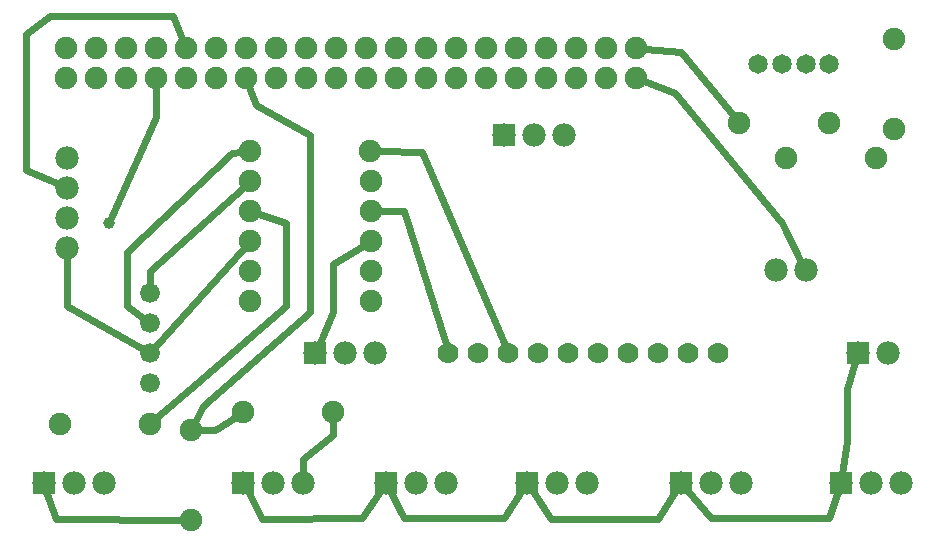
<source format=gtl>
G04 MADE WITH FRITZING*
G04 WWW.FRITZING.ORG*
G04 DOUBLE SIDED*
G04 HOLES PLATED*
G04 CONTOUR ON CENTER OF CONTOUR VECTOR*
%ASAXBY*%
%FSLAX23Y23*%
%MOIN*%
%OFA0B0*%
%SFA1.0B1.0*%
%ADD10C,0.065000*%
%ADD11C,0.039370*%
%ADD12C,0.078000*%
%ADD13C,0.074803*%
%ADD14C,0.070000*%
%ADD15C,0.075361*%
%ADD16C,0.075000*%
%ADD17C,0.066111*%
%ADD18R,0.078000X0.078000*%
%ADD19C,0.024000*%
%LNCOPPER1*%
G90*
G70*
G54D10*
X2600Y1702D03*
X2679Y1702D03*
X2758Y1702D03*
X2837Y1702D03*
G54D11*
X435Y1171D03*
G54D12*
X218Y305D03*
X318Y305D03*
X418Y305D03*
X884Y305D03*
X984Y305D03*
X1084Y305D03*
X1359Y305D03*
X1459Y305D03*
X1559Y305D03*
X1830Y305D03*
X1930Y305D03*
X2030Y305D03*
X2344Y305D03*
X2444Y305D03*
X2544Y305D03*
X2875Y305D03*
X2975Y305D03*
X3075Y305D03*
G54D13*
X907Y1412D03*
X907Y912D03*
X907Y1012D03*
X907Y1112D03*
X907Y1212D03*
X907Y1312D03*
X1307Y1412D03*
X1308Y912D03*
X1308Y1012D03*
X1308Y1112D03*
X1308Y1212D03*
X1308Y1312D03*
G54D12*
X2933Y738D03*
X3033Y738D03*
G54D14*
X2467Y738D03*
X2367Y738D03*
X2267Y738D03*
X2167Y738D03*
X2067Y738D03*
X1967Y738D03*
X1867Y738D03*
X1767Y738D03*
X1667Y738D03*
X1567Y738D03*
G54D15*
X292Y1654D03*
X392Y1654D03*
X492Y1654D03*
X592Y1654D03*
X692Y1654D03*
X792Y1654D03*
X892Y1654D03*
X992Y1654D03*
X1092Y1654D03*
X1192Y1654D03*
X1292Y1654D03*
X1392Y1654D03*
X1492Y1654D03*
X1592Y1654D03*
X1692Y1654D03*
X1792Y1654D03*
X1892Y1654D03*
X1992Y1654D03*
X2092Y1654D03*
X2192Y1654D03*
X2192Y1754D03*
X2092Y1754D03*
X1992Y1754D03*
X1892Y1754D03*
X1792Y1754D03*
X1692Y1754D03*
X1592Y1754D03*
X1492Y1754D03*
X1392Y1754D03*
X1292Y1754D03*
X1192Y1754D03*
X1092Y1754D03*
X992Y1754D03*
X892Y1754D03*
X792Y1754D03*
X692Y1754D03*
X592Y1754D03*
X492Y1754D03*
X392Y1754D03*
X292Y1754D03*
G54D12*
X2658Y1013D03*
X2758Y1013D03*
G54D16*
X711Y182D03*
X711Y482D03*
X883Y541D03*
X1183Y541D03*
X3053Y1786D03*
X3053Y1486D03*
X2537Y1505D03*
X2837Y1505D03*
X2694Y1387D03*
X2994Y1387D03*
X273Y502D03*
X573Y502D03*
G54D12*
X297Y1389D03*
X297Y1289D03*
X297Y1189D03*
X297Y1089D03*
X1752Y1466D03*
X1852Y1466D03*
X1952Y1466D03*
X1122Y738D03*
X1222Y738D03*
X1322Y738D03*
G54D17*
X573Y938D03*
X573Y838D03*
X573Y638D03*
X573Y738D03*
G54D18*
X218Y305D03*
X884Y305D03*
X1359Y305D03*
X1830Y305D03*
X2344Y305D03*
X2875Y305D03*
X2933Y738D03*
X1752Y1466D03*
X1122Y738D03*
G54D19*
X258Y185D02*
X682Y182D01*
D02*
X237Y247D02*
X258Y185D01*
D02*
X227Y277D02*
X237Y247D01*
D02*
X2519Y1528D02*
X2343Y1742D01*
D02*
X2343Y1742D02*
X2223Y1752D01*
D02*
X1478Y1408D02*
X1338Y1411D01*
D02*
X1755Y766D02*
X1478Y1408D01*
D02*
X946Y185D02*
X1280Y187D01*
D02*
X898Y279D02*
X946Y185D01*
D02*
X1280Y187D02*
X1343Y280D01*
D02*
X1026Y895D02*
X1026Y1170D01*
D02*
X1026Y1170D02*
X936Y1202D01*
D02*
X729Y639D02*
X1026Y895D01*
D02*
X594Y520D02*
X729Y639D01*
D02*
X1338Y1211D02*
X1421Y1210D01*
D02*
X1421Y1210D02*
X1558Y767D01*
D02*
X270Y1301D02*
X159Y1348D01*
D02*
X159Y1800D02*
X238Y1861D01*
D02*
X159Y1348D02*
X159Y1800D01*
D02*
X238Y1861D02*
X651Y1861D01*
D02*
X651Y1861D02*
X683Y1778D01*
D02*
X1847Y280D02*
X1910Y186D01*
D02*
X2266Y186D02*
X2327Y280D01*
D02*
X1910Y186D02*
X2266Y186D01*
D02*
X1084Y384D02*
X1084Y336D01*
D02*
X1184Y463D02*
X1084Y384D01*
D02*
X1183Y512D02*
X1184Y463D01*
D02*
X739Y482D02*
X790Y482D01*
D02*
X790Y482D02*
X859Y526D01*
D02*
X592Y1623D02*
X592Y1525D01*
D02*
X592Y1525D02*
X443Y1188D01*
D02*
X751Y560D02*
X724Y507D01*
D02*
X1105Y875D02*
X751Y560D01*
D02*
X1106Y1466D02*
X1105Y875D01*
D02*
X927Y1565D02*
X1106Y1466D01*
D02*
X903Y1625D02*
X927Y1565D01*
D02*
X2836Y187D02*
X2444Y187D01*
D02*
X2444Y187D02*
X2363Y282D01*
D02*
X2866Y277D02*
X2836Y187D01*
D02*
X2324Y1605D02*
X2678Y1172D01*
D02*
X2221Y1643D02*
X2324Y1605D01*
D02*
X2678Y1172D02*
X2744Y1040D01*
D02*
X1184Y1034D02*
X1184Y876D01*
D02*
X1184Y876D02*
X1135Y765D01*
D02*
X1282Y1096D02*
X1184Y1034D01*
D02*
X296Y895D02*
X549Y751D01*
D02*
X297Y1059D02*
X296Y895D01*
D02*
X495Y1073D02*
X495Y895D01*
D02*
X847Y1406D02*
X495Y1073D01*
D02*
X495Y895D02*
X551Y854D01*
D02*
X877Y1409D02*
X847Y1406D01*
D02*
X574Y1012D02*
X573Y965D01*
D02*
X885Y1292D02*
X574Y1012D01*
D02*
X887Y1089D02*
X591Y758D01*
D02*
X1418Y187D02*
X1373Y279D01*
D02*
X1754Y187D02*
X1418Y187D01*
D02*
X1814Y280D02*
X1754Y187D01*
D02*
X2896Y443D02*
X2880Y335D01*
D02*
X2896Y619D02*
X2896Y443D01*
D02*
X2924Y709D02*
X2896Y619D01*
G04 End of Copper1*
M02*
</source>
